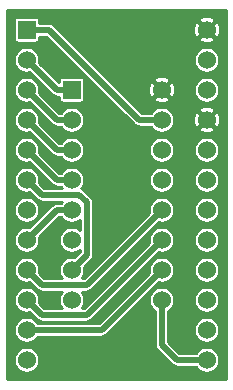
<source format=gbr>
G04 #@! TF.GenerationSoftware,KiCad,Pcbnew,(5.1.5)-3*
G04 #@! TF.CreationDate,2021-01-08T20:22:34-07:00*
G04 #@! TF.ProjectId,ROM_To_2716,524f4d5f-546f-45f3-9237-31362e6b6963,rev?*
G04 #@! TF.SameCoordinates,Original*
G04 #@! TF.FileFunction,Copper,L1,Top*
G04 #@! TF.FilePolarity,Positive*
%FSLAX46Y46*%
G04 Gerber Fmt 4.6, Leading zero omitted, Abs format (unit mm)*
G04 Created by KiCad (PCBNEW (5.1.5)-3) date 2021-01-08 20:22:34*
%MOMM*%
%LPD*%
G04 APERTURE LIST*
%ADD10R,1.524000X1.524000*%
%ADD11C,1.524000*%
%ADD12C,0.508000*%
%ADD13C,0.254000*%
G04 APERTURE END LIST*
D10*
X20955000Y-21590000D03*
D11*
X20955000Y-24130000D03*
X20955000Y-26670000D03*
X20955000Y-29210000D03*
X20955000Y-31750000D03*
X20955000Y-34290000D03*
X20955000Y-36830000D03*
X20955000Y-39370000D03*
X20955000Y-41910000D03*
X20955000Y-44450000D03*
X20955000Y-46990000D03*
X20955000Y-49530000D03*
X36195000Y-49530000D03*
X36195000Y-46990000D03*
X36195000Y-44450000D03*
X36195000Y-41910000D03*
X36195000Y-39370000D03*
X36195000Y-36830000D03*
X36195000Y-34290000D03*
X36195000Y-31750000D03*
X36195000Y-29210000D03*
X36195000Y-26670000D03*
X36195000Y-24130000D03*
X36195000Y-21590000D03*
X24765000Y-34290000D03*
X24765000Y-31750000D03*
X24765000Y-29210000D03*
D10*
X24765000Y-26670000D03*
D11*
X24765000Y-36830000D03*
X24765000Y-39370000D03*
X24765000Y-41910000D03*
X24765000Y-44450000D03*
X32385000Y-44450000D03*
X32385000Y-41910000D03*
X32385000Y-39370000D03*
X32385000Y-36830000D03*
X32385000Y-34290000D03*
X32385000Y-31750000D03*
X32385000Y-29210000D03*
X32385000Y-26670000D03*
D12*
X20955000Y-31750000D02*
X23495000Y-34290000D01*
X23495000Y-34290000D02*
X24765000Y-34290000D01*
X20955000Y-29210000D02*
X23495000Y-31750000D01*
X23495000Y-31750000D02*
X24765000Y-31750000D01*
X20955000Y-26670000D02*
X23495000Y-29210000D01*
X23495000Y-29210000D02*
X24765000Y-29210000D01*
X20955000Y-24130000D02*
X23495000Y-26670000D01*
X23495000Y-26670000D02*
X24765000Y-26670000D01*
X20955000Y-39370000D02*
X23495000Y-36830000D01*
X23495000Y-36830000D02*
X24765000Y-36830000D01*
X20955000Y-34290000D02*
X22225000Y-35560000D01*
X26035000Y-40640000D02*
X24765000Y-41910000D01*
X26035000Y-36195000D02*
X26035000Y-40640000D01*
X25400000Y-35560000D02*
X26035000Y-36195000D01*
X22225000Y-35560000D02*
X25400000Y-35560000D01*
X36195000Y-49530000D02*
X33655000Y-49530000D01*
X32385000Y-48260000D02*
X32385000Y-44450000D01*
X33655000Y-49530000D02*
X32385000Y-48260000D01*
X20955000Y-46990000D02*
X27305000Y-46990000D01*
X27305000Y-46990000D02*
X32385000Y-41910000D01*
X20955000Y-44450000D02*
X22225000Y-45720000D01*
X26035000Y-45720000D02*
X32385000Y-39370000D01*
X25400000Y-45720000D02*
X26035000Y-45720000D01*
X22225000Y-45720000D02*
X25400000Y-45720000D01*
X20955000Y-41910000D02*
X22225000Y-43180000D01*
X26035000Y-43180000D02*
X32385000Y-36830000D01*
X22225000Y-43180000D02*
X26035000Y-43180000D01*
X20955000Y-21590000D02*
X22860000Y-21590000D01*
X30480000Y-29210000D02*
X32385000Y-29210000D01*
X22860000Y-21590000D02*
X30480000Y-29210000D01*
D13*
G36*
X37844730Y-51179730D02*
G01*
X19305270Y-51179730D01*
X19305270Y-49422743D01*
X19866000Y-49422743D01*
X19866000Y-49637257D01*
X19907850Y-49847650D01*
X19989941Y-50045835D01*
X20109119Y-50224197D01*
X20260803Y-50375881D01*
X20439165Y-50495059D01*
X20637350Y-50577150D01*
X20847743Y-50619000D01*
X21062257Y-50619000D01*
X21272650Y-50577150D01*
X21470835Y-50495059D01*
X21649197Y-50375881D01*
X21800881Y-50224197D01*
X21920059Y-50045835D01*
X22002150Y-49847650D01*
X22044000Y-49637257D01*
X22044000Y-49422743D01*
X22002150Y-49212350D01*
X21920059Y-49014165D01*
X21800881Y-48835803D01*
X21649197Y-48684119D01*
X21470835Y-48564941D01*
X21272650Y-48482850D01*
X21062257Y-48441000D01*
X20847743Y-48441000D01*
X20637350Y-48482850D01*
X20439165Y-48564941D01*
X20260803Y-48684119D01*
X20109119Y-48835803D01*
X19989941Y-49014165D01*
X19907850Y-49212350D01*
X19866000Y-49422743D01*
X19305270Y-49422743D01*
X19305270Y-46882743D01*
X19866000Y-46882743D01*
X19866000Y-47097257D01*
X19907850Y-47307650D01*
X19989941Y-47505835D01*
X20109119Y-47684197D01*
X20260803Y-47835881D01*
X20439165Y-47955059D01*
X20637350Y-48037150D01*
X20847743Y-48079000D01*
X21062257Y-48079000D01*
X21272650Y-48037150D01*
X21470835Y-47955059D01*
X21649197Y-47835881D01*
X21800881Y-47684197D01*
X21876517Y-47571000D01*
X27276460Y-47571000D01*
X27305000Y-47573811D01*
X27333540Y-47571000D01*
X27418896Y-47562593D01*
X27528415Y-47529371D01*
X27629348Y-47475421D01*
X27717817Y-47402817D01*
X27736017Y-47380640D01*
X30773914Y-44342743D01*
X31296000Y-44342743D01*
X31296000Y-44557257D01*
X31337850Y-44767650D01*
X31419941Y-44965835D01*
X31539119Y-45144197D01*
X31690803Y-45295881D01*
X31804001Y-45371518D01*
X31804000Y-48231460D01*
X31801189Y-48260000D01*
X31804000Y-48288539D01*
X31812407Y-48373895D01*
X31845629Y-48483414D01*
X31899579Y-48584347D01*
X31972183Y-48672817D01*
X31994360Y-48691017D01*
X33223987Y-49920645D01*
X33242183Y-49942817D01*
X33330652Y-50015421D01*
X33431585Y-50069371D01*
X33541104Y-50102593D01*
X33626460Y-50111000D01*
X33626462Y-50111000D01*
X33654999Y-50113811D01*
X33683536Y-50111000D01*
X35273483Y-50111000D01*
X35349119Y-50224197D01*
X35500803Y-50375881D01*
X35679165Y-50495059D01*
X35877350Y-50577150D01*
X36087743Y-50619000D01*
X36302257Y-50619000D01*
X36512650Y-50577150D01*
X36710835Y-50495059D01*
X36889197Y-50375881D01*
X37040881Y-50224197D01*
X37160059Y-50045835D01*
X37242150Y-49847650D01*
X37284000Y-49637257D01*
X37284000Y-49422743D01*
X37242150Y-49212350D01*
X37160059Y-49014165D01*
X37040881Y-48835803D01*
X36889197Y-48684119D01*
X36710835Y-48564941D01*
X36512650Y-48482850D01*
X36302257Y-48441000D01*
X36087743Y-48441000D01*
X35877350Y-48482850D01*
X35679165Y-48564941D01*
X35500803Y-48684119D01*
X35349119Y-48835803D01*
X35273483Y-48949000D01*
X33895658Y-48949000D01*
X32966000Y-48019343D01*
X32966000Y-46882743D01*
X35106000Y-46882743D01*
X35106000Y-47097257D01*
X35147850Y-47307650D01*
X35229941Y-47505835D01*
X35349119Y-47684197D01*
X35500803Y-47835881D01*
X35679165Y-47955059D01*
X35877350Y-48037150D01*
X36087743Y-48079000D01*
X36302257Y-48079000D01*
X36512650Y-48037150D01*
X36710835Y-47955059D01*
X36889197Y-47835881D01*
X37040881Y-47684197D01*
X37160059Y-47505835D01*
X37242150Y-47307650D01*
X37284000Y-47097257D01*
X37284000Y-46882743D01*
X37242150Y-46672350D01*
X37160059Y-46474165D01*
X37040881Y-46295803D01*
X36889197Y-46144119D01*
X36710835Y-46024941D01*
X36512650Y-45942850D01*
X36302257Y-45901000D01*
X36087743Y-45901000D01*
X35877350Y-45942850D01*
X35679165Y-46024941D01*
X35500803Y-46144119D01*
X35349119Y-46295803D01*
X35229941Y-46474165D01*
X35147850Y-46672350D01*
X35106000Y-46882743D01*
X32966000Y-46882743D01*
X32966000Y-45371517D01*
X33079197Y-45295881D01*
X33230881Y-45144197D01*
X33350059Y-44965835D01*
X33432150Y-44767650D01*
X33474000Y-44557257D01*
X33474000Y-44342743D01*
X35106000Y-44342743D01*
X35106000Y-44557257D01*
X35147850Y-44767650D01*
X35229941Y-44965835D01*
X35349119Y-45144197D01*
X35500803Y-45295881D01*
X35679165Y-45415059D01*
X35877350Y-45497150D01*
X36087743Y-45539000D01*
X36302257Y-45539000D01*
X36512650Y-45497150D01*
X36710835Y-45415059D01*
X36889197Y-45295881D01*
X37040881Y-45144197D01*
X37160059Y-44965835D01*
X37242150Y-44767650D01*
X37284000Y-44557257D01*
X37284000Y-44342743D01*
X37242150Y-44132350D01*
X37160059Y-43934165D01*
X37040881Y-43755803D01*
X36889197Y-43604119D01*
X36710835Y-43484941D01*
X36512650Y-43402850D01*
X36302257Y-43361000D01*
X36087743Y-43361000D01*
X35877350Y-43402850D01*
X35679165Y-43484941D01*
X35500803Y-43604119D01*
X35349119Y-43755803D01*
X35229941Y-43934165D01*
X35147850Y-44132350D01*
X35106000Y-44342743D01*
X33474000Y-44342743D01*
X33432150Y-44132350D01*
X33350059Y-43934165D01*
X33230881Y-43755803D01*
X33079197Y-43604119D01*
X32900835Y-43484941D01*
X32702650Y-43402850D01*
X32492257Y-43361000D01*
X32277743Y-43361000D01*
X32067350Y-43402850D01*
X31869165Y-43484941D01*
X31690803Y-43604119D01*
X31539119Y-43755803D01*
X31419941Y-43934165D01*
X31337850Y-44132350D01*
X31296000Y-44342743D01*
X30773914Y-44342743D01*
X32144218Y-42972440D01*
X32277743Y-42999000D01*
X32492257Y-42999000D01*
X32702650Y-42957150D01*
X32900835Y-42875059D01*
X33079197Y-42755881D01*
X33230881Y-42604197D01*
X33350059Y-42425835D01*
X33432150Y-42227650D01*
X33474000Y-42017257D01*
X33474000Y-41802743D01*
X35106000Y-41802743D01*
X35106000Y-42017257D01*
X35147850Y-42227650D01*
X35229941Y-42425835D01*
X35349119Y-42604197D01*
X35500803Y-42755881D01*
X35679165Y-42875059D01*
X35877350Y-42957150D01*
X36087743Y-42999000D01*
X36302257Y-42999000D01*
X36512650Y-42957150D01*
X36710835Y-42875059D01*
X36889197Y-42755881D01*
X37040881Y-42604197D01*
X37160059Y-42425835D01*
X37242150Y-42227650D01*
X37284000Y-42017257D01*
X37284000Y-41802743D01*
X37242150Y-41592350D01*
X37160059Y-41394165D01*
X37040881Y-41215803D01*
X36889197Y-41064119D01*
X36710835Y-40944941D01*
X36512650Y-40862850D01*
X36302257Y-40821000D01*
X36087743Y-40821000D01*
X35877350Y-40862850D01*
X35679165Y-40944941D01*
X35500803Y-41064119D01*
X35349119Y-41215803D01*
X35229941Y-41394165D01*
X35147850Y-41592350D01*
X35106000Y-41802743D01*
X33474000Y-41802743D01*
X33432150Y-41592350D01*
X33350059Y-41394165D01*
X33230881Y-41215803D01*
X33079197Y-41064119D01*
X32900835Y-40944941D01*
X32702650Y-40862850D01*
X32492257Y-40821000D01*
X32277743Y-40821000D01*
X32067350Y-40862850D01*
X31869165Y-40944941D01*
X31690803Y-41064119D01*
X31539119Y-41215803D01*
X31419941Y-41394165D01*
X31337850Y-41592350D01*
X31296000Y-41802743D01*
X31296000Y-42017257D01*
X31322560Y-42150782D01*
X27064343Y-46409000D01*
X21876517Y-46409000D01*
X21800881Y-46295803D01*
X21649197Y-46144119D01*
X21470835Y-46024941D01*
X21272650Y-45942850D01*
X21062257Y-45901000D01*
X20847743Y-45901000D01*
X20637350Y-45942850D01*
X20439165Y-46024941D01*
X20260803Y-46144119D01*
X20109119Y-46295803D01*
X19989941Y-46474165D01*
X19907850Y-46672350D01*
X19866000Y-46882743D01*
X19305270Y-46882743D01*
X19305270Y-36722743D01*
X19866000Y-36722743D01*
X19866000Y-36937257D01*
X19907850Y-37147650D01*
X19989941Y-37345835D01*
X20109119Y-37524197D01*
X20260803Y-37675881D01*
X20439165Y-37795059D01*
X20637350Y-37877150D01*
X20847743Y-37919000D01*
X21062257Y-37919000D01*
X21272650Y-37877150D01*
X21470835Y-37795059D01*
X21649197Y-37675881D01*
X21800881Y-37524197D01*
X21920059Y-37345835D01*
X22002150Y-37147650D01*
X22044000Y-36937257D01*
X22044000Y-36722743D01*
X22002150Y-36512350D01*
X21920059Y-36314165D01*
X21800881Y-36135803D01*
X21649197Y-35984119D01*
X21470835Y-35864941D01*
X21272650Y-35782850D01*
X21062257Y-35741000D01*
X20847743Y-35741000D01*
X20637350Y-35782850D01*
X20439165Y-35864941D01*
X20260803Y-35984119D01*
X20109119Y-36135803D01*
X19989941Y-36314165D01*
X19907850Y-36512350D01*
X19866000Y-36722743D01*
X19305270Y-36722743D01*
X19305270Y-31642743D01*
X19866000Y-31642743D01*
X19866000Y-31857257D01*
X19907850Y-32067650D01*
X19989941Y-32265835D01*
X20109119Y-32444197D01*
X20260803Y-32595881D01*
X20439165Y-32715059D01*
X20637350Y-32797150D01*
X20847743Y-32839000D01*
X21062257Y-32839000D01*
X21195783Y-32812440D01*
X23063987Y-34680645D01*
X23082183Y-34702817D01*
X23170652Y-34775421D01*
X23271585Y-34829371D01*
X23381104Y-34862593D01*
X23466460Y-34871000D01*
X23466462Y-34871000D01*
X23494999Y-34873811D01*
X23523536Y-34871000D01*
X23843483Y-34871000D01*
X23915646Y-34979000D01*
X22465658Y-34979000D01*
X22017440Y-34530782D01*
X22044000Y-34397257D01*
X22044000Y-34182743D01*
X22002150Y-33972350D01*
X21920059Y-33774165D01*
X21800881Y-33595803D01*
X21649197Y-33444119D01*
X21470835Y-33324941D01*
X21272650Y-33242850D01*
X21062257Y-33201000D01*
X20847743Y-33201000D01*
X20637350Y-33242850D01*
X20439165Y-33324941D01*
X20260803Y-33444119D01*
X20109119Y-33595803D01*
X19989941Y-33774165D01*
X19907850Y-33972350D01*
X19866000Y-34182743D01*
X19866000Y-34397257D01*
X19907850Y-34607650D01*
X19989941Y-34805835D01*
X20109119Y-34984197D01*
X20260803Y-35135881D01*
X20439165Y-35255059D01*
X20637350Y-35337150D01*
X20847743Y-35379000D01*
X21062257Y-35379000D01*
X21195782Y-35352440D01*
X21793987Y-35950645D01*
X21812183Y-35972817D01*
X21900652Y-36045421D01*
X22001585Y-36099371D01*
X22111104Y-36132593D01*
X22196460Y-36141000D01*
X22196462Y-36141000D01*
X22224999Y-36143811D01*
X22253536Y-36141000D01*
X23915646Y-36141000D01*
X23843483Y-36249000D01*
X23523536Y-36249000D01*
X23494999Y-36246189D01*
X23466462Y-36249000D01*
X23466460Y-36249000D01*
X23381104Y-36257407D01*
X23271585Y-36290629D01*
X23170652Y-36344579D01*
X23082183Y-36417183D01*
X23063987Y-36439355D01*
X21195783Y-38307560D01*
X21062257Y-38281000D01*
X20847743Y-38281000D01*
X20637350Y-38322850D01*
X20439165Y-38404941D01*
X20260803Y-38524119D01*
X20109119Y-38675803D01*
X19989941Y-38854165D01*
X19907850Y-39052350D01*
X19866000Y-39262743D01*
X19866000Y-39477257D01*
X19907850Y-39687650D01*
X19989941Y-39885835D01*
X20109119Y-40064197D01*
X20260803Y-40215881D01*
X20439165Y-40335059D01*
X20637350Y-40417150D01*
X20847743Y-40459000D01*
X21062257Y-40459000D01*
X21272650Y-40417150D01*
X21470835Y-40335059D01*
X21649197Y-40215881D01*
X21800881Y-40064197D01*
X21920059Y-39885835D01*
X22002150Y-39687650D01*
X22044000Y-39477257D01*
X22044000Y-39262743D01*
X22017440Y-39129217D01*
X23735658Y-37411000D01*
X23843483Y-37411000D01*
X23919119Y-37524197D01*
X24070803Y-37675881D01*
X24249165Y-37795059D01*
X24447350Y-37877150D01*
X24657743Y-37919000D01*
X24872257Y-37919000D01*
X25082650Y-37877150D01*
X25280835Y-37795059D01*
X25454000Y-37679353D01*
X25454001Y-38520647D01*
X25280835Y-38404941D01*
X25082650Y-38322850D01*
X24872257Y-38281000D01*
X24657743Y-38281000D01*
X24447350Y-38322850D01*
X24249165Y-38404941D01*
X24070803Y-38524119D01*
X23919119Y-38675803D01*
X23799941Y-38854165D01*
X23717850Y-39052350D01*
X23676000Y-39262743D01*
X23676000Y-39477257D01*
X23717850Y-39687650D01*
X23799941Y-39885835D01*
X23919119Y-40064197D01*
X24070803Y-40215881D01*
X24249165Y-40335059D01*
X24447350Y-40417150D01*
X24657743Y-40459000D01*
X24872257Y-40459000D01*
X25082650Y-40417150D01*
X25280835Y-40335059D01*
X25454001Y-40219353D01*
X25454001Y-40399341D01*
X25005782Y-40847560D01*
X24872257Y-40821000D01*
X24657743Y-40821000D01*
X24447350Y-40862850D01*
X24249165Y-40944941D01*
X24070803Y-41064119D01*
X23919119Y-41215803D01*
X23799941Y-41394165D01*
X23717850Y-41592350D01*
X23676000Y-41802743D01*
X23676000Y-42017257D01*
X23717850Y-42227650D01*
X23799941Y-42425835D01*
X23915646Y-42599000D01*
X22465658Y-42599000D01*
X22017440Y-42150782D01*
X22044000Y-42017257D01*
X22044000Y-41802743D01*
X22002150Y-41592350D01*
X21920059Y-41394165D01*
X21800881Y-41215803D01*
X21649197Y-41064119D01*
X21470835Y-40944941D01*
X21272650Y-40862850D01*
X21062257Y-40821000D01*
X20847743Y-40821000D01*
X20637350Y-40862850D01*
X20439165Y-40944941D01*
X20260803Y-41064119D01*
X20109119Y-41215803D01*
X19989941Y-41394165D01*
X19907850Y-41592350D01*
X19866000Y-41802743D01*
X19866000Y-42017257D01*
X19907850Y-42227650D01*
X19989941Y-42425835D01*
X20109119Y-42604197D01*
X20260803Y-42755881D01*
X20439165Y-42875059D01*
X20637350Y-42957150D01*
X20847743Y-42999000D01*
X21062257Y-42999000D01*
X21195782Y-42972440D01*
X21793987Y-43570645D01*
X21812183Y-43592817D01*
X21900652Y-43665421D01*
X22001585Y-43719371D01*
X22111104Y-43752593D01*
X22196460Y-43761000D01*
X22196462Y-43761000D01*
X22224999Y-43763811D01*
X22253536Y-43761000D01*
X23915646Y-43761000D01*
X23799941Y-43934165D01*
X23717850Y-44132350D01*
X23676000Y-44342743D01*
X23676000Y-44557257D01*
X23717850Y-44767650D01*
X23799941Y-44965835D01*
X23915646Y-45139000D01*
X22465658Y-45139000D01*
X22017440Y-44690782D01*
X22044000Y-44557257D01*
X22044000Y-44342743D01*
X22002150Y-44132350D01*
X21920059Y-43934165D01*
X21800881Y-43755803D01*
X21649197Y-43604119D01*
X21470835Y-43484941D01*
X21272650Y-43402850D01*
X21062257Y-43361000D01*
X20847743Y-43361000D01*
X20637350Y-43402850D01*
X20439165Y-43484941D01*
X20260803Y-43604119D01*
X20109119Y-43755803D01*
X19989941Y-43934165D01*
X19907850Y-44132350D01*
X19866000Y-44342743D01*
X19866000Y-44557257D01*
X19907850Y-44767650D01*
X19989941Y-44965835D01*
X20109119Y-45144197D01*
X20260803Y-45295881D01*
X20439165Y-45415059D01*
X20637350Y-45497150D01*
X20847743Y-45539000D01*
X21062257Y-45539000D01*
X21195782Y-45512440D01*
X21793987Y-46110645D01*
X21812183Y-46132817D01*
X21900652Y-46205421D01*
X22001585Y-46259371D01*
X22111104Y-46292593D01*
X22196460Y-46301000D01*
X22196462Y-46301000D01*
X22224999Y-46303811D01*
X22253536Y-46301000D01*
X26006460Y-46301000D01*
X26035000Y-46303811D01*
X26063540Y-46301000D01*
X26148896Y-46292593D01*
X26258415Y-46259371D01*
X26359348Y-46205421D01*
X26447817Y-46132817D01*
X26466017Y-46110640D01*
X32144218Y-40432440D01*
X32277743Y-40459000D01*
X32492257Y-40459000D01*
X32702650Y-40417150D01*
X32900835Y-40335059D01*
X33079197Y-40215881D01*
X33230881Y-40064197D01*
X33350059Y-39885835D01*
X33432150Y-39687650D01*
X33474000Y-39477257D01*
X33474000Y-39262743D01*
X35106000Y-39262743D01*
X35106000Y-39477257D01*
X35147850Y-39687650D01*
X35229941Y-39885835D01*
X35349119Y-40064197D01*
X35500803Y-40215881D01*
X35679165Y-40335059D01*
X35877350Y-40417150D01*
X36087743Y-40459000D01*
X36302257Y-40459000D01*
X36512650Y-40417150D01*
X36710835Y-40335059D01*
X36889197Y-40215881D01*
X37040881Y-40064197D01*
X37160059Y-39885835D01*
X37242150Y-39687650D01*
X37284000Y-39477257D01*
X37284000Y-39262743D01*
X37242150Y-39052350D01*
X37160059Y-38854165D01*
X37040881Y-38675803D01*
X36889197Y-38524119D01*
X36710835Y-38404941D01*
X36512650Y-38322850D01*
X36302257Y-38281000D01*
X36087743Y-38281000D01*
X35877350Y-38322850D01*
X35679165Y-38404941D01*
X35500803Y-38524119D01*
X35349119Y-38675803D01*
X35229941Y-38854165D01*
X35147850Y-39052350D01*
X35106000Y-39262743D01*
X33474000Y-39262743D01*
X33432150Y-39052350D01*
X33350059Y-38854165D01*
X33230881Y-38675803D01*
X33079197Y-38524119D01*
X32900835Y-38404941D01*
X32702650Y-38322850D01*
X32492257Y-38281000D01*
X32277743Y-38281000D01*
X32067350Y-38322850D01*
X31869165Y-38404941D01*
X31690803Y-38524119D01*
X31539119Y-38675803D01*
X31419941Y-38854165D01*
X31337850Y-39052350D01*
X31296000Y-39262743D01*
X31296000Y-39477257D01*
X31322560Y-39610782D01*
X25794343Y-45139000D01*
X25614354Y-45139000D01*
X25730059Y-44965835D01*
X25812150Y-44767650D01*
X25854000Y-44557257D01*
X25854000Y-44342743D01*
X25812150Y-44132350D01*
X25730059Y-43934165D01*
X25614354Y-43761000D01*
X26006460Y-43761000D01*
X26035000Y-43763811D01*
X26063540Y-43761000D01*
X26148896Y-43752593D01*
X26258415Y-43719371D01*
X26359348Y-43665421D01*
X26447817Y-43592817D01*
X26466017Y-43570640D01*
X32144218Y-37892440D01*
X32277743Y-37919000D01*
X32492257Y-37919000D01*
X32702650Y-37877150D01*
X32900835Y-37795059D01*
X33079197Y-37675881D01*
X33230881Y-37524197D01*
X33350059Y-37345835D01*
X33432150Y-37147650D01*
X33474000Y-36937257D01*
X33474000Y-36722743D01*
X35106000Y-36722743D01*
X35106000Y-36937257D01*
X35147850Y-37147650D01*
X35229941Y-37345835D01*
X35349119Y-37524197D01*
X35500803Y-37675881D01*
X35679165Y-37795059D01*
X35877350Y-37877150D01*
X36087743Y-37919000D01*
X36302257Y-37919000D01*
X36512650Y-37877150D01*
X36710835Y-37795059D01*
X36889197Y-37675881D01*
X37040881Y-37524197D01*
X37160059Y-37345835D01*
X37242150Y-37147650D01*
X37284000Y-36937257D01*
X37284000Y-36722743D01*
X37242150Y-36512350D01*
X37160059Y-36314165D01*
X37040881Y-36135803D01*
X36889197Y-35984119D01*
X36710835Y-35864941D01*
X36512650Y-35782850D01*
X36302257Y-35741000D01*
X36087743Y-35741000D01*
X35877350Y-35782850D01*
X35679165Y-35864941D01*
X35500803Y-35984119D01*
X35349119Y-36135803D01*
X35229941Y-36314165D01*
X35147850Y-36512350D01*
X35106000Y-36722743D01*
X33474000Y-36722743D01*
X33432150Y-36512350D01*
X33350059Y-36314165D01*
X33230881Y-36135803D01*
X33079197Y-35984119D01*
X32900835Y-35864941D01*
X32702650Y-35782850D01*
X32492257Y-35741000D01*
X32277743Y-35741000D01*
X32067350Y-35782850D01*
X31869165Y-35864941D01*
X31690803Y-35984119D01*
X31539119Y-36135803D01*
X31419941Y-36314165D01*
X31337850Y-36512350D01*
X31296000Y-36722743D01*
X31296000Y-36937257D01*
X31322560Y-37070782D01*
X25794343Y-42599000D01*
X25614354Y-42599000D01*
X25730059Y-42425835D01*
X25812150Y-42227650D01*
X25854000Y-42017257D01*
X25854000Y-41802743D01*
X25827440Y-41669218D01*
X26425645Y-41071013D01*
X26447817Y-41052817D01*
X26520421Y-40964348D01*
X26574371Y-40863415D01*
X26607593Y-40753896D01*
X26616000Y-40668540D01*
X26616000Y-40668538D01*
X26618811Y-40640001D01*
X26616000Y-40611464D01*
X26616000Y-36223540D01*
X26618811Y-36195000D01*
X26607593Y-36081104D01*
X26574371Y-35971585D01*
X26520421Y-35870652D01*
X26466010Y-35804352D01*
X26447817Y-35782183D01*
X26425646Y-35763988D01*
X25831017Y-35169360D01*
X25812817Y-35147183D01*
X25724348Y-35074579D01*
X25623415Y-35020629D01*
X25585846Y-35009232D01*
X25610881Y-34984197D01*
X25730059Y-34805835D01*
X25812150Y-34607650D01*
X25854000Y-34397257D01*
X25854000Y-34182743D01*
X31296000Y-34182743D01*
X31296000Y-34397257D01*
X31337850Y-34607650D01*
X31419941Y-34805835D01*
X31539119Y-34984197D01*
X31690803Y-35135881D01*
X31869165Y-35255059D01*
X32067350Y-35337150D01*
X32277743Y-35379000D01*
X32492257Y-35379000D01*
X32702650Y-35337150D01*
X32900835Y-35255059D01*
X33079197Y-35135881D01*
X33230881Y-34984197D01*
X33350059Y-34805835D01*
X33432150Y-34607650D01*
X33474000Y-34397257D01*
X33474000Y-34182743D01*
X35106000Y-34182743D01*
X35106000Y-34397257D01*
X35147850Y-34607650D01*
X35229941Y-34805835D01*
X35349119Y-34984197D01*
X35500803Y-35135881D01*
X35679165Y-35255059D01*
X35877350Y-35337150D01*
X36087743Y-35379000D01*
X36302257Y-35379000D01*
X36512650Y-35337150D01*
X36710835Y-35255059D01*
X36889197Y-35135881D01*
X37040881Y-34984197D01*
X37160059Y-34805835D01*
X37242150Y-34607650D01*
X37284000Y-34397257D01*
X37284000Y-34182743D01*
X37242150Y-33972350D01*
X37160059Y-33774165D01*
X37040881Y-33595803D01*
X36889197Y-33444119D01*
X36710835Y-33324941D01*
X36512650Y-33242850D01*
X36302257Y-33201000D01*
X36087743Y-33201000D01*
X35877350Y-33242850D01*
X35679165Y-33324941D01*
X35500803Y-33444119D01*
X35349119Y-33595803D01*
X35229941Y-33774165D01*
X35147850Y-33972350D01*
X35106000Y-34182743D01*
X33474000Y-34182743D01*
X33432150Y-33972350D01*
X33350059Y-33774165D01*
X33230881Y-33595803D01*
X33079197Y-33444119D01*
X32900835Y-33324941D01*
X32702650Y-33242850D01*
X32492257Y-33201000D01*
X32277743Y-33201000D01*
X32067350Y-33242850D01*
X31869165Y-33324941D01*
X31690803Y-33444119D01*
X31539119Y-33595803D01*
X31419941Y-33774165D01*
X31337850Y-33972350D01*
X31296000Y-34182743D01*
X25854000Y-34182743D01*
X25812150Y-33972350D01*
X25730059Y-33774165D01*
X25610881Y-33595803D01*
X25459197Y-33444119D01*
X25280835Y-33324941D01*
X25082650Y-33242850D01*
X24872257Y-33201000D01*
X24657743Y-33201000D01*
X24447350Y-33242850D01*
X24249165Y-33324941D01*
X24070803Y-33444119D01*
X23919119Y-33595803D01*
X23843483Y-33709000D01*
X23735658Y-33709000D01*
X22017440Y-31990783D01*
X22044000Y-31857257D01*
X22044000Y-31642743D01*
X22002150Y-31432350D01*
X21920059Y-31234165D01*
X21800881Y-31055803D01*
X21649197Y-30904119D01*
X21470835Y-30784941D01*
X21272650Y-30702850D01*
X21062257Y-30661000D01*
X20847743Y-30661000D01*
X20637350Y-30702850D01*
X20439165Y-30784941D01*
X20260803Y-30904119D01*
X20109119Y-31055803D01*
X19989941Y-31234165D01*
X19907850Y-31432350D01*
X19866000Y-31642743D01*
X19305270Y-31642743D01*
X19305270Y-29102743D01*
X19866000Y-29102743D01*
X19866000Y-29317257D01*
X19907850Y-29527650D01*
X19989941Y-29725835D01*
X20109119Y-29904197D01*
X20260803Y-30055881D01*
X20439165Y-30175059D01*
X20637350Y-30257150D01*
X20847743Y-30299000D01*
X21062257Y-30299000D01*
X21195783Y-30272440D01*
X23063987Y-32140645D01*
X23082183Y-32162817D01*
X23170652Y-32235421D01*
X23271585Y-32289371D01*
X23381104Y-32322593D01*
X23466460Y-32331000D01*
X23466462Y-32331000D01*
X23494999Y-32333811D01*
X23523536Y-32331000D01*
X23843483Y-32331000D01*
X23919119Y-32444197D01*
X24070803Y-32595881D01*
X24249165Y-32715059D01*
X24447350Y-32797150D01*
X24657743Y-32839000D01*
X24872257Y-32839000D01*
X25082650Y-32797150D01*
X25280835Y-32715059D01*
X25459197Y-32595881D01*
X25610881Y-32444197D01*
X25730059Y-32265835D01*
X25812150Y-32067650D01*
X25854000Y-31857257D01*
X25854000Y-31642743D01*
X31296000Y-31642743D01*
X31296000Y-31857257D01*
X31337850Y-32067650D01*
X31419941Y-32265835D01*
X31539119Y-32444197D01*
X31690803Y-32595881D01*
X31869165Y-32715059D01*
X32067350Y-32797150D01*
X32277743Y-32839000D01*
X32492257Y-32839000D01*
X32702650Y-32797150D01*
X32900835Y-32715059D01*
X33079197Y-32595881D01*
X33230881Y-32444197D01*
X33350059Y-32265835D01*
X33432150Y-32067650D01*
X33474000Y-31857257D01*
X33474000Y-31642743D01*
X35106000Y-31642743D01*
X35106000Y-31857257D01*
X35147850Y-32067650D01*
X35229941Y-32265835D01*
X35349119Y-32444197D01*
X35500803Y-32595881D01*
X35679165Y-32715059D01*
X35877350Y-32797150D01*
X36087743Y-32839000D01*
X36302257Y-32839000D01*
X36512650Y-32797150D01*
X36710835Y-32715059D01*
X36889197Y-32595881D01*
X37040881Y-32444197D01*
X37160059Y-32265835D01*
X37242150Y-32067650D01*
X37284000Y-31857257D01*
X37284000Y-31642743D01*
X37242150Y-31432350D01*
X37160059Y-31234165D01*
X37040881Y-31055803D01*
X36889197Y-30904119D01*
X36710835Y-30784941D01*
X36512650Y-30702850D01*
X36302257Y-30661000D01*
X36087743Y-30661000D01*
X35877350Y-30702850D01*
X35679165Y-30784941D01*
X35500803Y-30904119D01*
X35349119Y-31055803D01*
X35229941Y-31234165D01*
X35147850Y-31432350D01*
X35106000Y-31642743D01*
X33474000Y-31642743D01*
X33432150Y-31432350D01*
X33350059Y-31234165D01*
X33230881Y-31055803D01*
X33079197Y-30904119D01*
X32900835Y-30784941D01*
X32702650Y-30702850D01*
X32492257Y-30661000D01*
X32277743Y-30661000D01*
X32067350Y-30702850D01*
X31869165Y-30784941D01*
X31690803Y-30904119D01*
X31539119Y-31055803D01*
X31419941Y-31234165D01*
X31337850Y-31432350D01*
X31296000Y-31642743D01*
X25854000Y-31642743D01*
X25812150Y-31432350D01*
X25730059Y-31234165D01*
X25610881Y-31055803D01*
X25459197Y-30904119D01*
X25280835Y-30784941D01*
X25082650Y-30702850D01*
X24872257Y-30661000D01*
X24657743Y-30661000D01*
X24447350Y-30702850D01*
X24249165Y-30784941D01*
X24070803Y-30904119D01*
X23919119Y-31055803D01*
X23843483Y-31169000D01*
X23735658Y-31169000D01*
X22017440Y-29450783D01*
X22044000Y-29317257D01*
X22044000Y-29102743D01*
X22002150Y-28892350D01*
X21920059Y-28694165D01*
X21800881Y-28515803D01*
X21649197Y-28364119D01*
X21470835Y-28244941D01*
X21272650Y-28162850D01*
X21062257Y-28121000D01*
X20847743Y-28121000D01*
X20637350Y-28162850D01*
X20439165Y-28244941D01*
X20260803Y-28364119D01*
X20109119Y-28515803D01*
X19989941Y-28694165D01*
X19907850Y-28892350D01*
X19866000Y-29102743D01*
X19305270Y-29102743D01*
X19305270Y-26562743D01*
X19866000Y-26562743D01*
X19866000Y-26777257D01*
X19907850Y-26987650D01*
X19989941Y-27185835D01*
X20109119Y-27364197D01*
X20260803Y-27515881D01*
X20439165Y-27635059D01*
X20637350Y-27717150D01*
X20847743Y-27759000D01*
X21062257Y-27759000D01*
X21195783Y-27732440D01*
X23063987Y-29600645D01*
X23082183Y-29622817D01*
X23170652Y-29695421D01*
X23271585Y-29749371D01*
X23381104Y-29782593D01*
X23466460Y-29791000D01*
X23466462Y-29791000D01*
X23494999Y-29793811D01*
X23523536Y-29791000D01*
X23843483Y-29791000D01*
X23919119Y-29904197D01*
X24070803Y-30055881D01*
X24249165Y-30175059D01*
X24447350Y-30257150D01*
X24657743Y-30299000D01*
X24872257Y-30299000D01*
X25082650Y-30257150D01*
X25280835Y-30175059D01*
X25459197Y-30055881D01*
X25610881Y-29904197D01*
X25730059Y-29725835D01*
X25812150Y-29527650D01*
X25854000Y-29317257D01*
X25854000Y-29102743D01*
X25812150Y-28892350D01*
X25730059Y-28694165D01*
X25610881Y-28515803D01*
X25459197Y-28364119D01*
X25280835Y-28244941D01*
X25082650Y-28162850D01*
X24872257Y-28121000D01*
X24657743Y-28121000D01*
X24447350Y-28162850D01*
X24249165Y-28244941D01*
X24070803Y-28364119D01*
X23919119Y-28515803D01*
X23843483Y-28629000D01*
X23735658Y-28629000D01*
X22017440Y-26910783D01*
X22044000Y-26777257D01*
X22044000Y-26562743D01*
X22002150Y-26352350D01*
X21920059Y-26154165D01*
X21800881Y-25975803D01*
X21649197Y-25824119D01*
X21470835Y-25704941D01*
X21272650Y-25622850D01*
X21062257Y-25581000D01*
X20847743Y-25581000D01*
X20637350Y-25622850D01*
X20439165Y-25704941D01*
X20260803Y-25824119D01*
X20109119Y-25975803D01*
X19989941Y-26154165D01*
X19907850Y-26352350D01*
X19866000Y-26562743D01*
X19305270Y-26562743D01*
X19305270Y-24022743D01*
X19866000Y-24022743D01*
X19866000Y-24237257D01*
X19907850Y-24447650D01*
X19989941Y-24645835D01*
X20109119Y-24824197D01*
X20260803Y-24975881D01*
X20439165Y-25095059D01*
X20637350Y-25177150D01*
X20847743Y-25219000D01*
X21062257Y-25219000D01*
X21195783Y-25192440D01*
X23063987Y-27060645D01*
X23082183Y-27082817D01*
X23170652Y-27155421D01*
X23271585Y-27209371D01*
X23381104Y-27242593D01*
X23466460Y-27251000D01*
X23466462Y-27251000D01*
X23494999Y-27253811D01*
X23523536Y-27251000D01*
X23674418Y-27251000D01*
X23674418Y-27432000D01*
X23680732Y-27496103D01*
X23699430Y-27557743D01*
X23729794Y-27614550D01*
X23770657Y-27664343D01*
X23820450Y-27705206D01*
X23877257Y-27735570D01*
X23938897Y-27754268D01*
X24003000Y-27760582D01*
X25527000Y-27760582D01*
X25591103Y-27754268D01*
X25652743Y-27735570D01*
X25709550Y-27705206D01*
X25759343Y-27664343D01*
X25800206Y-27614550D01*
X25830570Y-27557743D01*
X25849268Y-27496103D01*
X25855582Y-27432000D01*
X25855582Y-25908000D01*
X25849268Y-25843897D01*
X25830570Y-25782257D01*
X25800206Y-25725450D01*
X25759343Y-25675657D01*
X25709550Y-25634794D01*
X25652743Y-25604430D01*
X25591103Y-25585732D01*
X25527000Y-25579418D01*
X24003000Y-25579418D01*
X23938897Y-25585732D01*
X23877257Y-25604430D01*
X23820450Y-25634794D01*
X23770657Y-25675657D01*
X23729794Y-25725450D01*
X23699430Y-25782257D01*
X23680732Y-25843897D01*
X23674418Y-25908000D01*
X23674418Y-26027760D01*
X22017440Y-24370783D01*
X22044000Y-24237257D01*
X22044000Y-24022743D01*
X22002150Y-23812350D01*
X21920059Y-23614165D01*
X21800881Y-23435803D01*
X21649197Y-23284119D01*
X21470835Y-23164941D01*
X21272650Y-23082850D01*
X21062257Y-23041000D01*
X20847743Y-23041000D01*
X20637350Y-23082850D01*
X20439165Y-23164941D01*
X20260803Y-23284119D01*
X20109119Y-23435803D01*
X19989941Y-23614165D01*
X19907850Y-23812350D01*
X19866000Y-24022743D01*
X19305270Y-24022743D01*
X19305270Y-20828000D01*
X19864418Y-20828000D01*
X19864418Y-22352000D01*
X19870732Y-22416103D01*
X19889430Y-22477743D01*
X19919794Y-22534550D01*
X19960657Y-22584343D01*
X20010450Y-22625206D01*
X20067257Y-22655570D01*
X20128897Y-22674268D01*
X20193000Y-22680582D01*
X21717000Y-22680582D01*
X21781103Y-22674268D01*
X21842743Y-22655570D01*
X21899550Y-22625206D01*
X21949343Y-22584343D01*
X21990206Y-22534550D01*
X22020570Y-22477743D01*
X22039268Y-22416103D01*
X22045582Y-22352000D01*
X22045582Y-22171000D01*
X22619343Y-22171000D01*
X30048987Y-29600645D01*
X30067183Y-29622817D01*
X30155652Y-29695421D01*
X30256585Y-29749371D01*
X30366104Y-29782593D01*
X30451460Y-29791000D01*
X30451462Y-29791000D01*
X30479999Y-29793811D01*
X30508536Y-29791000D01*
X31463483Y-29791000D01*
X31539119Y-29904197D01*
X31690803Y-30055881D01*
X31869165Y-30175059D01*
X32067350Y-30257150D01*
X32277743Y-30299000D01*
X32492257Y-30299000D01*
X32702650Y-30257150D01*
X32900835Y-30175059D01*
X33079197Y-30055881D01*
X33136750Y-29998328D01*
X35496475Y-29998328D01*
X35572316Y-30175083D01*
X35772560Y-30278019D01*
X35989037Y-30339911D01*
X36213429Y-30358382D01*
X36437113Y-30332720D01*
X36651493Y-30263914D01*
X36817684Y-30175083D01*
X36893525Y-29998328D01*
X36195000Y-29299803D01*
X35496475Y-29998328D01*
X33136750Y-29998328D01*
X33230881Y-29904197D01*
X33350059Y-29725835D01*
X33432150Y-29527650D01*
X33474000Y-29317257D01*
X33474000Y-29228429D01*
X35046618Y-29228429D01*
X35072280Y-29452113D01*
X35141086Y-29666493D01*
X35229917Y-29832684D01*
X35406672Y-29908525D01*
X36105197Y-29210000D01*
X36284803Y-29210000D01*
X36983328Y-29908525D01*
X37160083Y-29832684D01*
X37263019Y-29632440D01*
X37324911Y-29415963D01*
X37343382Y-29191571D01*
X37317720Y-28967887D01*
X37248914Y-28753507D01*
X37160083Y-28587316D01*
X36983328Y-28511475D01*
X36284803Y-29210000D01*
X36105197Y-29210000D01*
X35406672Y-28511475D01*
X35229917Y-28587316D01*
X35126981Y-28787560D01*
X35065089Y-29004037D01*
X35046618Y-29228429D01*
X33474000Y-29228429D01*
X33474000Y-29102743D01*
X33432150Y-28892350D01*
X33350059Y-28694165D01*
X33230881Y-28515803D01*
X33136750Y-28421672D01*
X35496475Y-28421672D01*
X36195000Y-29120197D01*
X36893525Y-28421672D01*
X36817684Y-28244917D01*
X36617440Y-28141981D01*
X36400963Y-28080089D01*
X36176571Y-28061618D01*
X35952887Y-28087280D01*
X35738507Y-28156086D01*
X35572316Y-28244917D01*
X35496475Y-28421672D01*
X33136750Y-28421672D01*
X33079197Y-28364119D01*
X32900835Y-28244941D01*
X32702650Y-28162850D01*
X32492257Y-28121000D01*
X32277743Y-28121000D01*
X32067350Y-28162850D01*
X31869165Y-28244941D01*
X31690803Y-28364119D01*
X31539119Y-28515803D01*
X31463483Y-28629000D01*
X30720658Y-28629000D01*
X29549986Y-27458328D01*
X31686475Y-27458328D01*
X31762316Y-27635083D01*
X31962560Y-27738019D01*
X32179037Y-27799911D01*
X32403429Y-27818382D01*
X32627113Y-27792720D01*
X32841493Y-27723914D01*
X33007684Y-27635083D01*
X33083525Y-27458328D01*
X32385000Y-26759803D01*
X31686475Y-27458328D01*
X29549986Y-27458328D01*
X28780087Y-26688429D01*
X31236618Y-26688429D01*
X31262280Y-26912113D01*
X31331086Y-27126493D01*
X31419917Y-27292684D01*
X31596672Y-27368525D01*
X32295197Y-26670000D01*
X32474803Y-26670000D01*
X33173328Y-27368525D01*
X33350083Y-27292684D01*
X33453019Y-27092440D01*
X33514911Y-26875963D01*
X33533382Y-26651571D01*
X33523192Y-26562743D01*
X35106000Y-26562743D01*
X35106000Y-26777257D01*
X35147850Y-26987650D01*
X35229941Y-27185835D01*
X35349119Y-27364197D01*
X35500803Y-27515881D01*
X35679165Y-27635059D01*
X35877350Y-27717150D01*
X36087743Y-27759000D01*
X36302257Y-27759000D01*
X36512650Y-27717150D01*
X36710835Y-27635059D01*
X36889197Y-27515881D01*
X37040881Y-27364197D01*
X37160059Y-27185835D01*
X37242150Y-26987650D01*
X37284000Y-26777257D01*
X37284000Y-26562743D01*
X37242150Y-26352350D01*
X37160059Y-26154165D01*
X37040881Y-25975803D01*
X36889197Y-25824119D01*
X36710835Y-25704941D01*
X36512650Y-25622850D01*
X36302257Y-25581000D01*
X36087743Y-25581000D01*
X35877350Y-25622850D01*
X35679165Y-25704941D01*
X35500803Y-25824119D01*
X35349119Y-25975803D01*
X35229941Y-26154165D01*
X35147850Y-26352350D01*
X35106000Y-26562743D01*
X33523192Y-26562743D01*
X33507720Y-26427887D01*
X33438914Y-26213507D01*
X33350083Y-26047316D01*
X33173328Y-25971475D01*
X32474803Y-26670000D01*
X32295197Y-26670000D01*
X31596672Y-25971475D01*
X31419917Y-26047316D01*
X31316981Y-26247560D01*
X31255089Y-26464037D01*
X31236618Y-26688429D01*
X28780087Y-26688429D01*
X27973330Y-25881672D01*
X31686475Y-25881672D01*
X32385000Y-26580197D01*
X33083525Y-25881672D01*
X33007684Y-25704917D01*
X32807440Y-25601981D01*
X32590963Y-25540089D01*
X32366571Y-25521618D01*
X32142887Y-25547280D01*
X31928507Y-25616086D01*
X31762316Y-25704917D01*
X31686475Y-25881672D01*
X27973330Y-25881672D01*
X26114401Y-24022743D01*
X35106000Y-24022743D01*
X35106000Y-24237257D01*
X35147850Y-24447650D01*
X35229941Y-24645835D01*
X35349119Y-24824197D01*
X35500803Y-24975881D01*
X35679165Y-25095059D01*
X35877350Y-25177150D01*
X36087743Y-25219000D01*
X36302257Y-25219000D01*
X36512650Y-25177150D01*
X36710835Y-25095059D01*
X36889197Y-24975881D01*
X37040881Y-24824197D01*
X37160059Y-24645835D01*
X37242150Y-24447650D01*
X37284000Y-24237257D01*
X37284000Y-24022743D01*
X37242150Y-23812350D01*
X37160059Y-23614165D01*
X37040881Y-23435803D01*
X36889197Y-23284119D01*
X36710835Y-23164941D01*
X36512650Y-23082850D01*
X36302257Y-23041000D01*
X36087743Y-23041000D01*
X35877350Y-23082850D01*
X35679165Y-23164941D01*
X35500803Y-23284119D01*
X35349119Y-23435803D01*
X35229941Y-23614165D01*
X35147850Y-23812350D01*
X35106000Y-24022743D01*
X26114401Y-24022743D01*
X24469986Y-22378328D01*
X35496475Y-22378328D01*
X35572316Y-22555083D01*
X35772560Y-22658019D01*
X35989037Y-22719911D01*
X36213429Y-22738382D01*
X36437113Y-22712720D01*
X36651493Y-22643914D01*
X36817684Y-22555083D01*
X36893525Y-22378328D01*
X36195000Y-21679803D01*
X35496475Y-22378328D01*
X24469986Y-22378328D01*
X23700087Y-21608429D01*
X35046618Y-21608429D01*
X35072280Y-21832113D01*
X35141086Y-22046493D01*
X35229917Y-22212684D01*
X35406672Y-22288525D01*
X36105197Y-21590000D01*
X36284803Y-21590000D01*
X36983328Y-22288525D01*
X37160083Y-22212684D01*
X37263019Y-22012440D01*
X37324911Y-21795963D01*
X37343382Y-21571571D01*
X37317720Y-21347887D01*
X37248914Y-21133507D01*
X37160083Y-20967316D01*
X36983328Y-20891475D01*
X36284803Y-21590000D01*
X36105197Y-21590000D01*
X35406672Y-20891475D01*
X35229917Y-20967316D01*
X35126981Y-21167560D01*
X35065089Y-21384037D01*
X35046618Y-21608429D01*
X23700087Y-21608429D01*
X23291017Y-21199360D01*
X23272817Y-21177183D01*
X23184348Y-21104579D01*
X23083415Y-21050629D01*
X22973896Y-21017407D01*
X22888540Y-21009000D01*
X22860000Y-21006189D01*
X22831460Y-21009000D01*
X22045582Y-21009000D01*
X22045582Y-20828000D01*
X22042989Y-20801672D01*
X35496475Y-20801672D01*
X36195000Y-21500197D01*
X36893525Y-20801672D01*
X36817684Y-20624917D01*
X36617440Y-20521981D01*
X36400963Y-20460089D01*
X36176571Y-20441618D01*
X35952887Y-20467280D01*
X35738507Y-20536086D01*
X35572316Y-20624917D01*
X35496475Y-20801672D01*
X22042989Y-20801672D01*
X22039268Y-20763897D01*
X22020570Y-20702257D01*
X21990206Y-20645450D01*
X21949343Y-20595657D01*
X21899550Y-20554794D01*
X21842743Y-20524430D01*
X21781103Y-20505732D01*
X21717000Y-20499418D01*
X20193000Y-20499418D01*
X20128897Y-20505732D01*
X20067257Y-20524430D01*
X20010450Y-20554794D01*
X19960657Y-20595657D01*
X19919794Y-20645450D01*
X19889430Y-20702257D01*
X19870732Y-20763897D01*
X19864418Y-20828000D01*
X19305270Y-20828000D01*
X19305270Y-19940270D01*
X37844731Y-19940270D01*
X37844730Y-51179730D01*
G37*
X37844730Y-51179730D02*
X19305270Y-51179730D01*
X19305270Y-49422743D01*
X19866000Y-49422743D01*
X19866000Y-49637257D01*
X19907850Y-49847650D01*
X19989941Y-50045835D01*
X20109119Y-50224197D01*
X20260803Y-50375881D01*
X20439165Y-50495059D01*
X20637350Y-50577150D01*
X20847743Y-50619000D01*
X21062257Y-50619000D01*
X21272650Y-50577150D01*
X21470835Y-50495059D01*
X21649197Y-50375881D01*
X21800881Y-50224197D01*
X21920059Y-50045835D01*
X22002150Y-49847650D01*
X22044000Y-49637257D01*
X22044000Y-49422743D01*
X22002150Y-49212350D01*
X21920059Y-49014165D01*
X21800881Y-48835803D01*
X21649197Y-48684119D01*
X21470835Y-48564941D01*
X21272650Y-48482850D01*
X21062257Y-48441000D01*
X20847743Y-48441000D01*
X20637350Y-48482850D01*
X20439165Y-48564941D01*
X20260803Y-48684119D01*
X20109119Y-48835803D01*
X19989941Y-49014165D01*
X19907850Y-49212350D01*
X19866000Y-49422743D01*
X19305270Y-49422743D01*
X19305270Y-46882743D01*
X19866000Y-46882743D01*
X19866000Y-47097257D01*
X19907850Y-47307650D01*
X19989941Y-47505835D01*
X20109119Y-47684197D01*
X20260803Y-47835881D01*
X20439165Y-47955059D01*
X20637350Y-48037150D01*
X20847743Y-48079000D01*
X21062257Y-48079000D01*
X21272650Y-48037150D01*
X21470835Y-47955059D01*
X21649197Y-47835881D01*
X21800881Y-47684197D01*
X21876517Y-47571000D01*
X27276460Y-47571000D01*
X27305000Y-47573811D01*
X27333540Y-47571000D01*
X27418896Y-47562593D01*
X27528415Y-47529371D01*
X27629348Y-47475421D01*
X27717817Y-47402817D01*
X27736017Y-47380640D01*
X30773914Y-44342743D01*
X31296000Y-44342743D01*
X31296000Y-44557257D01*
X31337850Y-44767650D01*
X31419941Y-44965835D01*
X31539119Y-45144197D01*
X31690803Y-45295881D01*
X31804001Y-45371518D01*
X31804000Y-48231460D01*
X31801189Y-48260000D01*
X31804000Y-48288539D01*
X31812407Y-48373895D01*
X31845629Y-48483414D01*
X31899579Y-48584347D01*
X31972183Y-48672817D01*
X31994360Y-48691017D01*
X33223987Y-49920645D01*
X33242183Y-49942817D01*
X33330652Y-50015421D01*
X33431585Y-50069371D01*
X33541104Y-50102593D01*
X33626460Y-50111000D01*
X33626462Y-50111000D01*
X33654999Y-50113811D01*
X33683536Y-50111000D01*
X35273483Y-50111000D01*
X35349119Y-50224197D01*
X35500803Y-50375881D01*
X35679165Y-50495059D01*
X35877350Y-50577150D01*
X36087743Y-50619000D01*
X36302257Y-50619000D01*
X36512650Y-50577150D01*
X36710835Y-50495059D01*
X36889197Y-50375881D01*
X37040881Y-50224197D01*
X37160059Y-50045835D01*
X37242150Y-49847650D01*
X37284000Y-49637257D01*
X37284000Y-49422743D01*
X37242150Y-49212350D01*
X37160059Y-49014165D01*
X37040881Y-48835803D01*
X36889197Y-48684119D01*
X36710835Y-48564941D01*
X36512650Y-48482850D01*
X36302257Y-48441000D01*
X36087743Y-48441000D01*
X35877350Y-48482850D01*
X35679165Y-48564941D01*
X35500803Y-48684119D01*
X35349119Y-48835803D01*
X35273483Y-48949000D01*
X33895658Y-48949000D01*
X32966000Y-48019343D01*
X32966000Y-46882743D01*
X35106000Y-46882743D01*
X35106000Y-47097257D01*
X35147850Y-47307650D01*
X35229941Y-47505835D01*
X35349119Y-47684197D01*
X35500803Y-47835881D01*
X35679165Y-47955059D01*
X35877350Y-48037150D01*
X36087743Y-48079000D01*
X36302257Y-48079000D01*
X36512650Y-48037150D01*
X36710835Y-47955059D01*
X36889197Y-47835881D01*
X37040881Y-47684197D01*
X37160059Y-47505835D01*
X37242150Y-47307650D01*
X37284000Y-47097257D01*
X37284000Y-46882743D01*
X37242150Y-46672350D01*
X37160059Y-46474165D01*
X37040881Y-46295803D01*
X36889197Y-46144119D01*
X36710835Y-46024941D01*
X36512650Y-45942850D01*
X36302257Y-45901000D01*
X36087743Y-45901000D01*
X35877350Y-45942850D01*
X35679165Y-46024941D01*
X35500803Y-46144119D01*
X35349119Y-46295803D01*
X35229941Y-46474165D01*
X35147850Y-46672350D01*
X35106000Y-46882743D01*
X32966000Y-46882743D01*
X32966000Y-45371517D01*
X33079197Y-45295881D01*
X33230881Y-45144197D01*
X33350059Y-44965835D01*
X33432150Y-44767650D01*
X33474000Y-44557257D01*
X33474000Y-44342743D01*
X35106000Y-44342743D01*
X35106000Y-44557257D01*
X35147850Y-44767650D01*
X35229941Y-44965835D01*
X35349119Y-45144197D01*
X35500803Y-45295881D01*
X35679165Y-45415059D01*
X35877350Y-45497150D01*
X36087743Y-45539000D01*
X36302257Y-45539000D01*
X36512650Y-45497150D01*
X36710835Y-45415059D01*
X36889197Y-45295881D01*
X37040881Y-45144197D01*
X37160059Y-44965835D01*
X37242150Y-44767650D01*
X37284000Y-44557257D01*
X37284000Y-44342743D01*
X37242150Y-44132350D01*
X37160059Y-43934165D01*
X37040881Y-43755803D01*
X36889197Y-43604119D01*
X36710835Y-43484941D01*
X36512650Y-43402850D01*
X36302257Y-43361000D01*
X36087743Y-43361000D01*
X35877350Y-43402850D01*
X35679165Y-43484941D01*
X35500803Y-43604119D01*
X35349119Y-43755803D01*
X35229941Y-43934165D01*
X35147850Y-44132350D01*
X35106000Y-44342743D01*
X33474000Y-44342743D01*
X33432150Y-44132350D01*
X33350059Y-43934165D01*
X33230881Y-43755803D01*
X33079197Y-43604119D01*
X32900835Y-43484941D01*
X32702650Y-43402850D01*
X32492257Y-43361000D01*
X32277743Y-43361000D01*
X32067350Y-43402850D01*
X31869165Y-43484941D01*
X31690803Y-43604119D01*
X31539119Y-43755803D01*
X31419941Y-43934165D01*
X31337850Y-44132350D01*
X31296000Y-44342743D01*
X30773914Y-44342743D01*
X32144218Y-42972440D01*
X32277743Y-42999000D01*
X32492257Y-42999000D01*
X32702650Y-42957150D01*
X32900835Y-42875059D01*
X33079197Y-42755881D01*
X33230881Y-42604197D01*
X33350059Y-42425835D01*
X33432150Y-42227650D01*
X33474000Y-42017257D01*
X33474000Y-41802743D01*
X35106000Y-41802743D01*
X35106000Y-42017257D01*
X35147850Y-42227650D01*
X35229941Y-42425835D01*
X35349119Y-42604197D01*
X35500803Y-42755881D01*
X35679165Y-42875059D01*
X35877350Y-42957150D01*
X36087743Y-42999000D01*
X36302257Y-42999000D01*
X36512650Y-42957150D01*
X36710835Y-42875059D01*
X36889197Y-42755881D01*
X37040881Y-42604197D01*
X37160059Y-42425835D01*
X37242150Y-42227650D01*
X37284000Y-42017257D01*
X37284000Y-41802743D01*
X37242150Y-41592350D01*
X37160059Y-41394165D01*
X37040881Y-41215803D01*
X36889197Y-41064119D01*
X36710835Y-40944941D01*
X36512650Y-40862850D01*
X36302257Y-40821000D01*
X36087743Y-40821000D01*
X35877350Y-40862850D01*
X35679165Y-40944941D01*
X35500803Y-41064119D01*
X35349119Y-41215803D01*
X35229941Y-41394165D01*
X35147850Y-41592350D01*
X35106000Y-41802743D01*
X33474000Y-41802743D01*
X33432150Y-41592350D01*
X33350059Y-41394165D01*
X33230881Y-41215803D01*
X33079197Y-41064119D01*
X32900835Y-40944941D01*
X32702650Y-40862850D01*
X32492257Y-40821000D01*
X32277743Y-40821000D01*
X32067350Y-40862850D01*
X31869165Y-40944941D01*
X31690803Y-41064119D01*
X31539119Y-41215803D01*
X31419941Y-41394165D01*
X31337850Y-41592350D01*
X31296000Y-41802743D01*
X31296000Y-42017257D01*
X31322560Y-42150782D01*
X27064343Y-46409000D01*
X21876517Y-46409000D01*
X21800881Y-46295803D01*
X21649197Y-46144119D01*
X21470835Y-46024941D01*
X21272650Y-45942850D01*
X21062257Y-45901000D01*
X20847743Y-45901000D01*
X20637350Y-45942850D01*
X20439165Y-46024941D01*
X20260803Y-46144119D01*
X20109119Y-46295803D01*
X19989941Y-46474165D01*
X19907850Y-46672350D01*
X19866000Y-46882743D01*
X19305270Y-46882743D01*
X19305270Y-36722743D01*
X19866000Y-36722743D01*
X19866000Y-36937257D01*
X19907850Y-37147650D01*
X19989941Y-37345835D01*
X20109119Y-37524197D01*
X20260803Y-37675881D01*
X20439165Y-37795059D01*
X20637350Y-37877150D01*
X20847743Y-37919000D01*
X21062257Y-37919000D01*
X21272650Y-37877150D01*
X21470835Y-37795059D01*
X21649197Y-37675881D01*
X21800881Y-37524197D01*
X21920059Y-37345835D01*
X22002150Y-37147650D01*
X22044000Y-36937257D01*
X22044000Y-36722743D01*
X22002150Y-36512350D01*
X21920059Y-36314165D01*
X21800881Y-36135803D01*
X21649197Y-35984119D01*
X21470835Y-35864941D01*
X21272650Y-35782850D01*
X21062257Y-35741000D01*
X20847743Y-35741000D01*
X20637350Y-35782850D01*
X20439165Y-35864941D01*
X20260803Y-35984119D01*
X20109119Y-36135803D01*
X19989941Y-36314165D01*
X19907850Y-36512350D01*
X19866000Y-36722743D01*
X19305270Y-36722743D01*
X19305270Y-31642743D01*
X19866000Y-31642743D01*
X19866000Y-31857257D01*
X19907850Y-32067650D01*
X19989941Y-32265835D01*
X20109119Y-32444197D01*
X20260803Y-32595881D01*
X20439165Y-32715059D01*
X20637350Y-32797150D01*
X20847743Y-32839000D01*
X21062257Y-32839000D01*
X21195783Y-32812440D01*
X23063987Y-34680645D01*
X23082183Y-34702817D01*
X23170652Y-34775421D01*
X23271585Y-34829371D01*
X23381104Y-34862593D01*
X23466460Y-34871000D01*
X23466462Y-34871000D01*
X23494999Y-34873811D01*
X23523536Y-34871000D01*
X23843483Y-34871000D01*
X23915646Y-34979000D01*
X22465658Y-34979000D01*
X22017440Y-34530782D01*
X22044000Y-34397257D01*
X22044000Y-34182743D01*
X22002150Y-33972350D01*
X21920059Y-33774165D01*
X21800881Y-33595803D01*
X21649197Y-33444119D01*
X21470835Y-33324941D01*
X21272650Y-33242850D01*
X21062257Y-33201000D01*
X20847743Y-33201000D01*
X20637350Y-33242850D01*
X20439165Y-33324941D01*
X20260803Y-33444119D01*
X20109119Y-33595803D01*
X19989941Y-33774165D01*
X19907850Y-33972350D01*
X19866000Y-34182743D01*
X19866000Y-34397257D01*
X19907850Y-34607650D01*
X19989941Y-34805835D01*
X20109119Y-34984197D01*
X20260803Y-35135881D01*
X20439165Y-35255059D01*
X20637350Y-35337150D01*
X20847743Y-35379000D01*
X21062257Y-35379000D01*
X21195782Y-35352440D01*
X21793987Y-35950645D01*
X21812183Y-35972817D01*
X21900652Y-36045421D01*
X22001585Y-36099371D01*
X22111104Y-36132593D01*
X22196460Y-36141000D01*
X22196462Y-36141000D01*
X22224999Y-36143811D01*
X22253536Y-36141000D01*
X23915646Y-36141000D01*
X23843483Y-36249000D01*
X23523536Y-36249000D01*
X23494999Y-36246189D01*
X23466462Y-36249000D01*
X23466460Y-36249000D01*
X23381104Y-36257407D01*
X23271585Y-36290629D01*
X23170652Y-36344579D01*
X23082183Y-36417183D01*
X23063987Y-36439355D01*
X21195783Y-38307560D01*
X21062257Y-38281000D01*
X20847743Y-38281000D01*
X20637350Y-38322850D01*
X20439165Y-38404941D01*
X20260803Y-38524119D01*
X20109119Y-38675803D01*
X19989941Y-38854165D01*
X19907850Y-39052350D01*
X19866000Y-39262743D01*
X19866000Y-39477257D01*
X19907850Y-39687650D01*
X19989941Y-39885835D01*
X20109119Y-40064197D01*
X20260803Y-40215881D01*
X20439165Y-40335059D01*
X20637350Y-40417150D01*
X20847743Y-40459000D01*
X21062257Y-40459000D01*
X21272650Y-40417150D01*
X21470835Y-40335059D01*
X21649197Y-40215881D01*
X21800881Y-40064197D01*
X21920059Y-39885835D01*
X22002150Y-39687650D01*
X22044000Y-39477257D01*
X22044000Y-39262743D01*
X22017440Y-39129217D01*
X23735658Y-37411000D01*
X23843483Y-37411000D01*
X23919119Y-37524197D01*
X24070803Y-37675881D01*
X24249165Y-37795059D01*
X24447350Y-37877150D01*
X24657743Y-37919000D01*
X24872257Y-37919000D01*
X25082650Y-37877150D01*
X25280835Y-37795059D01*
X25454000Y-37679353D01*
X25454001Y-38520647D01*
X25280835Y-38404941D01*
X25082650Y-38322850D01*
X24872257Y-38281000D01*
X24657743Y-38281000D01*
X24447350Y-38322850D01*
X24249165Y-38404941D01*
X24070803Y-38524119D01*
X23919119Y-38675803D01*
X23799941Y-38854165D01*
X23717850Y-39052350D01*
X23676000Y-39262743D01*
X23676000Y-39477257D01*
X23717850Y-39687650D01*
X23799941Y-39885835D01*
X23919119Y-40064197D01*
X24070803Y-40215881D01*
X24249165Y-40335059D01*
X24447350Y-40417150D01*
X24657743Y-40459000D01*
X24872257Y-40459000D01*
X25082650Y-40417150D01*
X25280835Y-40335059D01*
X25454001Y-40219353D01*
X25454001Y-40399341D01*
X25005782Y-40847560D01*
X24872257Y-40821000D01*
X24657743Y-40821000D01*
X24447350Y-40862850D01*
X24249165Y-40944941D01*
X24070803Y-41064119D01*
X23919119Y-41215803D01*
X23799941Y-41394165D01*
X23717850Y-41592350D01*
X23676000Y-41802743D01*
X23676000Y-42017257D01*
X23717850Y-42227650D01*
X23799941Y-42425835D01*
X23915646Y-42599000D01*
X22465658Y-42599000D01*
X22017440Y-42150782D01*
X22044000Y-42017257D01*
X22044000Y-41802743D01*
X22002150Y-41592350D01*
X21920059Y-41394165D01*
X21800881Y-41215803D01*
X21649197Y-41064119D01*
X21470835Y-40944941D01*
X21272650Y-40862850D01*
X21062257Y-40821000D01*
X20847743Y-40821000D01*
X20637350Y-40862850D01*
X20439165Y-40944941D01*
X20260803Y-41064119D01*
X20109119Y-41215803D01*
X19989941Y-41394165D01*
X19907850Y-41592350D01*
X19866000Y-41802743D01*
X19866000Y-42017257D01*
X19907850Y-42227650D01*
X19989941Y-42425835D01*
X20109119Y-42604197D01*
X20260803Y-42755881D01*
X20439165Y-42875059D01*
X20637350Y-42957150D01*
X20847743Y-42999000D01*
X21062257Y-42999000D01*
X21195782Y-42972440D01*
X21793987Y-43570645D01*
X21812183Y-43592817D01*
X21900652Y-43665421D01*
X22001585Y-43719371D01*
X22111104Y-43752593D01*
X22196460Y-43761000D01*
X22196462Y-43761000D01*
X22224999Y-43763811D01*
X22253536Y-43761000D01*
X23915646Y-43761000D01*
X23799941Y-43934165D01*
X23717850Y-44132350D01*
X23676000Y-44342743D01*
X23676000Y-44557257D01*
X23717850Y-44767650D01*
X23799941Y-44965835D01*
X23915646Y-45139000D01*
X22465658Y-45139000D01*
X22017440Y-44690782D01*
X22044000Y-44557257D01*
X22044000Y-44342743D01*
X22002150Y-44132350D01*
X21920059Y-43934165D01*
X21800881Y-43755803D01*
X21649197Y-43604119D01*
X21470835Y-43484941D01*
X21272650Y-43402850D01*
X21062257Y-43361000D01*
X20847743Y-43361000D01*
X20637350Y-43402850D01*
X20439165Y-43484941D01*
X20260803Y-43604119D01*
X20109119Y-43755803D01*
X19989941Y-43934165D01*
X19907850Y-44132350D01*
X19866000Y-44342743D01*
X19866000Y-44557257D01*
X19907850Y-44767650D01*
X19989941Y-44965835D01*
X20109119Y-45144197D01*
X20260803Y-45295881D01*
X20439165Y-45415059D01*
X20637350Y-45497150D01*
X20847743Y-45539000D01*
X21062257Y-45539000D01*
X21195782Y-45512440D01*
X21793987Y-46110645D01*
X21812183Y-46132817D01*
X21900652Y-46205421D01*
X22001585Y-46259371D01*
X22111104Y-46292593D01*
X22196460Y-46301000D01*
X22196462Y-46301000D01*
X22224999Y-46303811D01*
X22253536Y-46301000D01*
X26006460Y-46301000D01*
X26035000Y-46303811D01*
X26063540Y-46301000D01*
X26148896Y-46292593D01*
X26258415Y-46259371D01*
X26359348Y-46205421D01*
X26447817Y-46132817D01*
X26466017Y-46110640D01*
X32144218Y-40432440D01*
X32277743Y-40459000D01*
X32492257Y-40459000D01*
X32702650Y-40417150D01*
X32900835Y-40335059D01*
X33079197Y-40215881D01*
X33230881Y-40064197D01*
X33350059Y-39885835D01*
X33432150Y-39687650D01*
X33474000Y-39477257D01*
X33474000Y-39262743D01*
X35106000Y-39262743D01*
X35106000Y-39477257D01*
X35147850Y-39687650D01*
X35229941Y-39885835D01*
X35349119Y-40064197D01*
X35500803Y-40215881D01*
X35679165Y-40335059D01*
X35877350Y-40417150D01*
X36087743Y-40459000D01*
X36302257Y-40459000D01*
X36512650Y-40417150D01*
X36710835Y-40335059D01*
X36889197Y-40215881D01*
X37040881Y-40064197D01*
X37160059Y-39885835D01*
X37242150Y-39687650D01*
X37284000Y-39477257D01*
X37284000Y-39262743D01*
X37242150Y-39052350D01*
X37160059Y-38854165D01*
X37040881Y-38675803D01*
X36889197Y-38524119D01*
X36710835Y-38404941D01*
X36512650Y-38322850D01*
X36302257Y-38281000D01*
X36087743Y-38281000D01*
X35877350Y-38322850D01*
X35679165Y-38404941D01*
X35500803Y-38524119D01*
X35349119Y-38675803D01*
X35229941Y-38854165D01*
X35147850Y-39052350D01*
X35106000Y-39262743D01*
X33474000Y-39262743D01*
X33432150Y-39052350D01*
X33350059Y-38854165D01*
X33230881Y-38675803D01*
X33079197Y-38524119D01*
X32900835Y-38404941D01*
X32702650Y-38322850D01*
X32492257Y-38281000D01*
X32277743Y-38281000D01*
X32067350Y-38322850D01*
X31869165Y-38404941D01*
X31690803Y-38524119D01*
X31539119Y-38675803D01*
X31419941Y-38854165D01*
X31337850Y-39052350D01*
X31296000Y-39262743D01*
X31296000Y-39477257D01*
X31322560Y-39610782D01*
X25794343Y-45139000D01*
X25614354Y-45139000D01*
X25730059Y-44965835D01*
X25812150Y-44767650D01*
X25854000Y-44557257D01*
X25854000Y-44342743D01*
X25812150Y-44132350D01*
X25730059Y-43934165D01*
X25614354Y-43761000D01*
X26006460Y-43761000D01*
X26035000Y-43763811D01*
X26063540Y-43761000D01*
X26148896Y-43752593D01*
X26258415Y-43719371D01*
X26359348Y-43665421D01*
X26447817Y-43592817D01*
X26466017Y-43570640D01*
X32144218Y-37892440D01*
X32277743Y-37919000D01*
X32492257Y-37919000D01*
X32702650Y-37877150D01*
X32900835Y-37795059D01*
X33079197Y-37675881D01*
X33230881Y-37524197D01*
X33350059Y-37345835D01*
X33432150Y-37147650D01*
X33474000Y-36937257D01*
X33474000Y-36722743D01*
X35106000Y-36722743D01*
X35106000Y-36937257D01*
X35147850Y-37147650D01*
X35229941Y-37345835D01*
X35349119Y-37524197D01*
X35500803Y-37675881D01*
X35679165Y-37795059D01*
X35877350Y-37877150D01*
X36087743Y-37919000D01*
X36302257Y-37919000D01*
X36512650Y-37877150D01*
X36710835Y-37795059D01*
X36889197Y-37675881D01*
X37040881Y-37524197D01*
X37160059Y-37345835D01*
X37242150Y-37147650D01*
X37284000Y-36937257D01*
X37284000Y-36722743D01*
X37242150Y-36512350D01*
X37160059Y-36314165D01*
X37040881Y-36135803D01*
X36889197Y-35984119D01*
X36710835Y-35864941D01*
X36512650Y-35782850D01*
X36302257Y-35741000D01*
X36087743Y-35741000D01*
X35877350Y-35782850D01*
X35679165Y-35864941D01*
X35500803Y-35984119D01*
X35349119Y-36135803D01*
X35229941Y-36314165D01*
X35147850Y-36512350D01*
X35106000Y-36722743D01*
X33474000Y-36722743D01*
X33432150Y-36512350D01*
X33350059Y-36314165D01*
X33230881Y-36135803D01*
X33079197Y-35984119D01*
X32900835Y-35864941D01*
X32702650Y-35782850D01*
X32492257Y-35741000D01*
X32277743Y-35741000D01*
X32067350Y-35782850D01*
X31869165Y-35864941D01*
X31690803Y-35984119D01*
X31539119Y-36135803D01*
X31419941Y-36314165D01*
X31337850Y-36512350D01*
X31296000Y-36722743D01*
X31296000Y-36937257D01*
X31322560Y-37070782D01*
X25794343Y-42599000D01*
X25614354Y-42599000D01*
X25730059Y-42425835D01*
X25812150Y-42227650D01*
X25854000Y-42017257D01*
X25854000Y-41802743D01*
X25827440Y-41669218D01*
X26425645Y-41071013D01*
X26447817Y-41052817D01*
X26520421Y-40964348D01*
X26574371Y-40863415D01*
X26607593Y-40753896D01*
X26616000Y-40668540D01*
X26616000Y-40668538D01*
X26618811Y-40640001D01*
X26616000Y-40611464D01*
X26616000Y-36223540D01*
X26618811Y-36195000D01*
X26607593Y-36081104D01*
X26574371Y-35971585D01*
X26520421Y-35870652D01*
X26466010Y-35804352D01*
X26447817Y-35782183D01*
X26425646Y-35763988D01*
X25831017Y-35169360D01*
X25812817Y-35147183D01*
X25724348Y-35074579D01*
X25623415Y-35020629D01*
X25585846Y-35009232D01*
X25610881Y-34984197D01*
X25730059Y-34805835D01*
X25812150Y-34607650D01*
X25854000Y-34397257D01*
X25854000Y-34182743D01*
X31296000Y-34182743D01*
X31296000Y-34397257D01*
X31337850Y-34607650D01*
X31419941Y-34805835D01*
X31539119Y-34984197D01*
X31690803Y-35135881D01*
X31869165Y-35255059D01*
X32067350Y-35337150D01*
X32277743Y-35379000D01*
X32492257Y-35379000D01*
X32702650Y-35337150D01*
X32900835Y-35255059D01*
X33079197Y-35135881D01*
X33230881Y-34984197D01*
X33350059Y-34805835D01*
X33432150Y-34607650D01*
X33474000Y-34397257D01*
X33474000Y-34182743D01*
X35106000Y-34182743D01*
X35106000Y-34397257D01*
X35147850Y-34607650D01*
X35229941Y-34805835D01*
X35349119Y-34984197D01*
X35500803Y-35135881D01*
X35679165Y-35255059D01*
X35877350Y-35337150D01*
X36087743Y-35379000D01*
X36302257Y-35379000D01*
X36512650Y-35337150D01*
X36710835Y-35255059D01*
X36889197Y-35135881D01*
X37040881Y-34984197D01*
X37160059Y-34805835D01*
X37242150Y-34607650D01*
X37284000Y-34397257D01*
X37284000Y-34182743D01*
X37242150Y-33972350D01*
X37160059Y-33774165D01*
X37040881Y-33595803D01*
X36889197Y-33444119D01*
X36710835Y-33324941D01*
X36512650Y-33242850D01*
X36302257Y-33201000D01*
X36087743Y-33201000D01*
X35877350Y-33242850D01*
X35679165Y-33324941D01*
X35500803Y-33444119D01*
X35349119Y-33595803D01*
X35229941Y-33774165D01*
X35147850Y-33972350D01*
X35106000Y-34182743D01*
X33474000Y-34182743D01*
X33432150Y-33972350D01*
X33350059Y-33774165D01*
X33230881Y-33595803D01*
X33079197Y-33444119D01*
X32900835Y-33324941D01*
X32702650Y-33242850D01*
X32492257Y-33201000D01*
X32277743Y-33201000D01*
X32067350Y-33242850D01*
X31869165Y-33324941D01*
X31690803Y-33444119D01*
X31539119Y-33595803D01*
X31419941Y-33774165D01*
X31337850Y-33972350D01*
X31296000Y-34182743D01*
X25854000Y-34182743D01*
X25812150Y-33972350D01*
X25730059Y-33774165D01*
X25610881Y-33595803D01*
X25459197Y-33444119D01*
X25280835Y-33324941D01*
X25082650Y-33242850D01*
X24872257Y-33201000D01*
X24657743Y-33201000D01*
X24447350Y-33242850D01*
X24249165Y-33324941D01*
X24070803Y-33444119D01*
X23919119Y-33595803D01*
X23843483Y-33709000D01*
X23735658Y-33709000D01*
X22017440Y-31990783D01*
X22044000Y-31857257D01*
X22044000Y-31642743D01*
X22002150Y-31432350D01*
X21920059Y-31234165D01*
X21800881Y-31055803D01*
X21649197Y-30904119D01*
X21470835Y-30784941D01*
X21272650Y-30702850D01*
X21062257Y-30661000D01*
X20847743Y-30661000D01*
X20637350Y-30702850D01*
X20439165Y-30784941D01*
X20260803Y-30904119D01*
X20109119Y-31055803D01*
X19989941Y-31234165D01*
X19907850Y-31432350D01*
X19866000Y-31642743D01*
X19305270Y-31642743D01*
X19305270Y-29102743D01*
X19866000Y-29102743D01*
X19866000Y-29317257D01*
X19907850Y-29527650D01*
X19989941Y-29725835D01*
X20109119Y-29904197D01*
X20260803Y-30055881D01*
X20439165Y-30175059D01*
X20637350Y-30257150D01*
X20847743Y-30299000D01*
X21062257Y-30299000D01*
X21195783Y-30272440D01*
X23063987Y-32140645D01*
X23082183Y-32162817D01*
X23170652Y-32235421D01*
X23271585Y-32289371D01*
X23381104Y-32322593D01*
X23466460Y-32331000D01*
X23466462Y-32331000D01*
X23494999Y-32333811D01*
X23523536Y-32331000D01*
X23843483Y-32331000D01*
X23919119Y-32444197D01*
X24070803Y-32595881D01*
X24249165Y-32715059D01*
X24447350Y-32797150D01*
X24657743Y-32839000D01*
X24872257Y-32839000D01*
X25082650Y-32797150D01*
X25280835Y-32715059D01*
X25459197Y-32595881D01*
X25610881Y-32444197D01*
X25730059Y-32265835D01*
X25812150Y-32067650D01*
X25854000Y-31857257D01*
X25854000Y-31642743D01*
X31296000Y-31642743D01*
X31296000Y-31857257D01*
X31337850Y-32067650D01*
X31419941Y-32265835D01*
X31539119Y-32444197D01*
X31690803Y-32595881D01*
X31869165Y-32715059D01*
X32067350Y-32797150D01*
X32277743Y-32839000D01*
X32492257Y-32839000D01*
X32702650Y-32797150D01*
X32900835Y-32715059D01*
X33079197Y-32595881D01*
X33230881Y-32444197D01*
X33350059Y-32265835D01*
X33432150Y-32067650D01*
X33474000Y-31857257D01*
X33474000Y-31642743D01*
X35106000Y-31642743D01*
X35106000Y-31857257D01*
X35147850Y-32067650D01*
X35229941Y-32265835D01*
X35349119Y-32444197D01*
X35500803Y-32595881D01*
X35679165Y-32715059D01*
X35877350Y-32797150D01*
X36087743Y-32839000D01*
X36302257Y-32839000D01*
X36512650Y-32797150D01*
X36710835Y-32715059D01*
X36889197Y-32595881D01*
X37040881Y-32444197D01*
X37160059Y-32265835D01*
X37242150Y-32067650D01*
X37284000Y-31857257D01*
X37284000Y-31642743D01*
X37242150Y-31432350D01*
X37160059Y-31234165D01*
X37040881Y-31055803D01*
X36889197Y-30904119D01*
X36710835Y-30784941D01*
X36512650Y-30702850D01*
X36302257Y-30661000D01*
X36087743Y-30661000D01*
X35877350Y-30702850D01*
X35679165Y-30784941D01*
X35500803Y-30904119D01*
X35349119Y-31055803D01*
X35229941Y-31234165D01*
X35147850Y-31432350D01*
X35106000Y-31642743D01*
X33474000Y-31642743D01*
X33432150Y-31432350D01*
X33350059Y-31234165D01*
X33230881Y-31055803D01*
X33079197Y-30904119D01*
X32900835Y-30784941D01*
X32702650Y-30702850D01*
X32492257Y-30661000D01*
X32277743Y-30661000D01*
X32067350Y-30702850D01*
X31869165Y-30784941D01*
X31690803Y-30904119D01*
X31539119Y-31055803D01*
X31419941Y-31234165D01*
X31337850Y-31432350D01*
X31296000Y-31642743D01*
X25854000Y-31642743D01*
X25812150Y-31432350D01*
X25730059Y-31234165D01*
X25610881Y-31055803D01*
X25459197Y-30904119D01*
X25280835Y-30784941D01*
X25082650Y-30702850D01*
X24872257Y-30661000D01*
X24657743Y-30661000D01*
X24447350Y-30702850D01*
X24249165Y-30784941D01*
X24070803Y-30904119D01*
X23919119Y-31055803D01*
X23843483Y-31169000D01*
X23735658Y-31169000D01*
X22017440Y-29450783D01*
X22044000Y-29317257D01*
X22044000Y-29102743D01*
X22002150Y-28892350D01*
X21920059Y-28694165D01*
X21800881Y-28515803D01*
X21649197Y-28364119D01*
X21470835Y-28244941D01*
X21272650Y-28162850D01*
X21062257Y-28121000D01*
X20847743Y-28121000D01*
X20637350Y-28162850D01*
X20439165Y-28244941D01*
X20260803Y-28364119D01*
X20109119Y-28515803D01*
X19989941Y-28694165D01*
X19907850Y-28892350D01*
X19866000Y-29102743D01*
X19305270Y-29102743D01*
X19305270Y-26562743D01*
X19866000Y-26562743D01*
X19866000Y-26777257D01*
X19907850Y-26987650D01*
X19989941Y-27185835D01*
X20109119Y-27364197D01*
X20260803Y-27515881D01*
X20439165Y-27635059D01*
X20637350Y-27717150D01*
X20847743Y-27759000D01*
X21062257Y-27759000D01*
X21195783Y-27732440D01*
X23063987Y-29600645D01*
X23082183Y-29622817D01*
X23170652Y-29695421D01*
X23271585Y-29749371D01*
X23381104Y-29782593D01*
X23466460Y-29791000D01*
X23466462Y-29791000D01*
X23494999Y-29793811D01*
X23523536Y-29791000D01*
X23843483Y-29791000D01*
X23919119Y-29904197D01*
X24070803Y-30055881D01*
X24249165Y-30175059D01*
X24447350Y-30257150D01*
X24657743Y-30299000D01*
X24872257Y-30299000D01*
X25082650Y-30257150D01*
X25280835Y-30175059D01*
X25459197Y-30055881D01*
X25610881Y-29904197D01*
X25730059Y-29725835D01*
X25812150Y-29527650D01*
X25854000Y-29317257D01*
X25854000Y-29102743D01*
X25812150Y-28892350D01*
X25730059Y-28694165D01*
X25610881Y-28515803D01*
X25459197Y-28364119D01*
X25280835Y-28244941D01*
X25082650Y-28162850D01*
X24872257Y-28121000D01*
X24657743Y-28121000D01*
X24447350Y-28162850D01*
X24249165Y-28244941D01*
X24070803Y-28364119D01*
X23919119Y-28515803D01*
X23843483Y-28629000D01*
X23735658Y-28629000D01*
X22017440Y-26910783D01*
X22044000Y-26777257D01*
X22044000Y-26562743D01*
X22002150Y-26352350D01*
X21920059Y-26154165D01*
X21800881Y-25975803D01*
X21649197Y-25824119D01*
X21470835Y-25704941D01*
X21272650Y-25622850D01*
X21062257Y-25581000D01*
X20847743Y-25581000D01*
X20637350Y-25622850D01*
X20439165Y-25704941D01*
X20260803Y-25824119D01*
X20109119Y-25975803D01*
X19989941Y-26154165D01*
X19907850Y-26352350D01*
X19866000Y-26562743D01*
X19305270Y-26562743D01*
X19305270Y-24022743D01*
X19866000Y-24022743D01*
X19866000Y-24237257D01*
X19907850Y-24447650D01*
X19989941Y-24645835D01*
X20109119Y-24824197D01*
X20260803Y-24975881D01*
X20439165Y-25095059D01*
X20637350Y-25177150D01*
X20847743Y-25219000D01*
X21062257Y-25219000D01*
X21195783Y-25192440D01*
X23063987Y-27060645D01*
X23082183Y-27082817D01*
X23170652Y-27155421D01*
X23271585Y-27209371D01*
X23381104Y-27242593D01*
X23466460Y-27251000D01*
X23466462Y-27251000D01*
X23494999Y-27253811D01*
X23523536Y-27251000D01*
X23674418Y-27251000D01*
X23674418Y-27432000D01*
X23680732Y-27496103D01*
X23699430Y-27557743D01*
X23729794Y-27614550D01*
X23770657Y-27664343D01*
X23820450Y-27705206D01*
X23877257Y-27735570D01*
X23938897Y-27754268D01*
X24003000Y-27760582D01*
X25527000Y-27760582D01*
X25591103Y-27754268D01*
X25652743Y-27735570D01*
X25709550Y-27705206D01*
X25759343Y-27664343D01*
X25800206Y-27614550D01*
X25830570Y-27557743D01*
X25849268Y-27496103D01*
X25855582Y-27432000D01*
X25855582Y-25908000D01*
X25849268Y-25843897D01*
X25830570Y-25782257D01*
X25800206Y-25725450D01*
X25759343Y-25675657D01*
X25709550Y-25634794D01*
X25652743Y-25604430D01*
X25591103Y-25585732D01*
X25527000Y-25579418D01*
X24003000Y-25579418D01*
X23938897Y-25585732D01*
X23877257Y-25604430D01*
X23820450Y-25634794D01*
X23770657Y-25675657D01*
X23729794Y-25725450D01*
X23699430Y-25782257D01*
X23680732Y-25843897D01*
X23674418Y-25908000D01*
X23674418Y-26027760D01*
X22017440Y-24370783D01*
X22044000Y-24237257D01*
X22044000Y-24022743D01*
X22002150Y-23812350D01*
X21920059Y-23614165D01*
X21800881Y-23435803D01*
X21649197Y-23284119D01*
X21470835Y-23164941D01*
X21272650Y-23082850D01*
X21062257Y-23041000D01*
X20847743Y-23041000D01*
X20637350Y-23082850D01*
X20439165Y-23164941D01*
X20260803Y-23284119D01*
X20109119Y-23435803D01*
X19989941Y-23614165D01*
X19907850Y-23812350D01*
X19866000Y-24022743D01*
X19305270Y-24022743D01*
X19305270Y-20828000D01*
X19864418Y-20828000D01*
X19864418Y-22352000D01*
X19870732Y-22416103D01*
X19889430Y-22477743D01*
X19919794Y-22534550D01*
X19960657Y-22584343D01*
X20010450Y-22625206D01*
X20067257Y-22655570D01*
X20128897Y-22674268D01*
X20193000Y-22680582D01*
X21717000Y-22680582D01*
X21781103Y-22674268D01*
X21842743Y-22655570D01*
X21899550Y-22625206D01*
X21949343Y-22584343D01*
X21990206Y-22534550D01*
X22020570Y-22477743D01*
X22039268Y-22416103D01*
X22045582Y-22352000D01*
X22045582Y-22171000D01*
X22619343Y-22171000D01*
X30048987Y-29600645D01*
X30067183Y-29622817D01*
X30155652Y-29695421D01*
X30256585Y-29749371D01*
X30366104Y-29782593D01*
X30451460Y-29791000D01*
X30451462Y-29791000D01*
X30479999Y-29793811D01*
X30508536Y-29791000D01*
X31463483Y-29791000D01*
X31539119Y-29904197D01*
X31690803Y-30055881D01*
X31869165Y-30175059D01*
X32067350Y-30257150D01*
X32277743Y-30299000D01*
X32492257Y-30299000D01*
X32702650Y-30257150D01*
X32900835Y-30175059D01*
X33079197Y-30055881D01*
X33136750Y-29998328D01*
X35496475Y-29998328D01*
X35572316Y-30175083D01*
X35772560Y-30278019D01*
X35989037Y-30339911D01*
X36213429Y-30358382D01*
X36437113Y-30332720D01*
X36651493Y-30263914D01*
X36817684Y-30175083D01*
X36893525Y-29998328D01*
X36195000Y-29299803D01*
X35496475Y-29998328D01*
X33136750Y-29998328D01*
X33230881Y-29904197D01*
X33350059Y-29725835D01*
X33432150Y-29527650D01*
X33474000Y-29317257D01*
X33474000Y-29228429D01*
X35046618Y-29228429D01*
X35072280Y-29452113D01*
X35141086Y-29666493D01*
X35229917Y-29832684D01*
X35406672Y-29908525D01*
X36105197Y-29210000D01*
X36284803Y-29210000D01*
X36983328Y-29908525D01*
X37160083Y-29832684D01*
X37263019Y-29632440D01*
X37324911Y-29415963D01*
X37343382Y-29191571D01*
X37317720Y-28967887D01*
X37248914Y-28753507D01*
X37160083Y-28587316D01*
X36983328Y-28511475D01*
X36284803Y-29210000D01*
X36105197Y-29210000D01*
X35406672Y-28511475D01*
X35229917Y-28587316D01*
X35126981Y-28787560D01*
X35065089Y-29004037D01*
X35046618Y-29228429D01*
X33474000Y-29228429D01*
X33474000Y-29102743D01*
X33432150Y-28892350D01*
X33350059Y-28694165D01*
X33230881Y-28515803D01*
X33136750Y-28421672D01*
X35496475Y-28421672D01*
X36195000Y-29120197D01*
X36893525Y-28421672D01*
X36817684Y-28244917D01*
X36617440Y-28141981D01*
X36400963Y-28080089D01*
X36176571Y-28061618D01*
X35952887Y-28087280D01*
X35738507Y-28156086D01*
X35572316Y-28244917D01*
X35496475Y-28421672D01*
X33136750Y-28421672D01*
X33079197Y-28364119D01*
X32900835Y-28244941D01*
X32702650Y-28162850D01*
X32492257Y-28121000D01*
X32277743Y-28121000D01*
X32067350Y-28162850D01*
X31869165Y-28244941D01*
X31690803Y-28364119D01*
X31539119Y-28515803D01*
X31463483Y-28629000D01*
X30720658Y-28629000D01*
X29549986Y-27458328D01*
X31686475Y-27458328D01*
X31762316Y-27635083D01*
X31962560Y-27738019D01*
X32179037Y-27799911D01*
X32403429Y-27818382D01*
X32627113Y-27792720D01*
X32841493Y-27723914D01*
X33007684Y-27635083D01*
X33083525Y-27458328D01*
X32385000Y-26759803D01*
X31686475Y-27458328D01*
X29549986Y-27458328D01*
X28780087Y-26688429D01*
X31236618Y-26688429D01*
X31262280Y-26912113D01*
X31331086Y-27126493D01*
X31419917Y-27292684D01*
X31596672Y-27368525D01*
X32295197Y-26670000D01*
X32474803Y-26670000D01*
X33173328Y-27368525D01*
X33350083Y-27292684D01*
X33453019Y-27092440D01*
X33514911Y-26875963D01*
X33533382Y-26651571D01*
X33523192Y-26562743D01*
X35106000Y-26562743D01*
X35106000Y-26777257D01*
X35147850Y-26987650D01*
X35229941Y-27185835D01*
X35349119Y-27364197D01*
X35500803Y-27515881D01*
X35679165Y-27635059D01*
X35877350Y-27717150D01*
X36087743Y-27759000D01*
X36302257Y-27759000D01*
X36512650Y-27717150D01*
X36710835Y-27635059D01*
X36889197Y-27515881D01*
X37040881Y-27364197D01*
X37160059Y-27185835D01*
X37242150Y-26987650D01*
X37284000Y-26777257D01*
X37284000Y-26562743D01*
X37242150Y-26352350D01*
X37160059Y-26154165D01*
X37040881Y-25975803D01*
X36889197Y-25824119D01*
X36710835Y-25704941D01*
X36512650Y-25622850D01*
X36302257Y-25581000D01*
X36087743Y-25581000D01*
X35877350Y-25622850D01*
X35679165Y-25704941D01*
X35500803Y-25824119D01*
X35349119Y-25975803D01*
X35229941Y-26154165D01*
X35147850Y-26352350D01*
X35106000Y-26562743D01*
X33523192Y-26562743D01*
X33507720Y-26427887D01*
X33438914Y-26213507D01*
X33350083Y-26047316D01*
X33173328Y-25971475D01*
X32474803Y-26670000D01*
X32295197Y-26670000D01*
X31596672Y-25971475D01*
X31419917Y-26047316D01*
X31316981Y-26247560D01*
X31255089Y-26464037D01*
X31236618Y-26688429D01*
X28780087Y-26688429D01*
X27973330Y-25881672D01*
X31686475Y-25881672D01*
X32385000Y-26580197D01*
X33083525Y-25881672D01*
X33007684Y-25704917D01*
X32807440Y-25601981D01*
X32590963Y-25540089D01*
X32366571Y-25521618D01*
X32142887Y-25547280D01*
X31928507Y-25616086D01*
X31762316Y-25704917D01*
X31686475Y-25881672D01*
X27973330Y-25881672D01*
X26114401Y-24022743D01*
X35106000Y-24022743D01*
X35106000Y-24237257D01*
X35147850Y-24447650D01*
X35229941Y-24645835D01*
X35349119Y-24824197D01*
X35500803Y-24975881D01*
X35679165Y-25095059D01*
X35877350Y-25177150D01*
X36087743Y-25219000D01*
X36302257Y-25219000D01*
X36512650Y-25177150D01*
X36710835Y-25095059D01*
X36889197Y-24975881D01*
X37040881Y-24824197D01*
X37160059Y-24645835D01*
X37242150Y-24447650D01*
X37284000Y-24237257D01*
X37284000Y-24022743D01*
X37242150Y-23812350D01*
X37160059Y-23614165D01*
X37040881Y-23435803D01*
X36889197Y-23284119D01*
X36710835Y-23164941D01*
X36512650Y-23082850D01*
X36302257Y-23041000D01*
X36087743Y-23041000D01*
X35877350Y-23082850D01*
X35679165Y-23164941D01*
X35500803Y-23284119D01*
X35349119Y-23435803D01*
X35229941Y-23614165D01*
X35147850Y-23812350D01*
X35106000Y-24022743D01*
X26114401Y-24022743D01*
X24469986Y-22378328D01*
X35496475Y-22378328D01*
X35572316Y-22555083D01*
X35772560Y-22658019D01*
X35989037Y-22719911D01*
X36213429Y-22738382D01*
X36437113Y-22712720D01*
X36651493Y-22643914D01*
X36817684Y-22555083D01*
X36893525Y-22378328D01*
X36195000Y-21679803D01*
X35496475Y-22378328D01*
X24469986Y-22378328D01*
X23700087Y-21608429D01*
X35046618Y-21608429D01*
X35072280Y-21832113D01*
X35141086Y-22046493D01*
X35229917Y-22212684D01*
X35406672Y-22288525D01*
X36105197Y-21590000D01*
X36284803Y-21590000D01*
X36983328Y-22288525D01*
X37160083Y-22212684D01*
X37263019Y-22012440D01*
X37324911Y-21795963D01*
X37343382Y-21571571D01*
X37317720Y-21347887D01*
X37248914Y-21133507D01*
X37160083Y-20967316D01*
X36983328Y-20891475D01*
X36284803Y-21590000D01*
X36105197Y-21590000D01*
X35406672Y-20891475D01*
X35229917Y-20967316D01*
X35126981Y-21167560D01*
X35065089Y-21384037D01*
X35046618Y-21608429D01*
X23700087Y-21608429D01*
X23291017Y-21199360D01*
X23272817Y-21177183D01*
X23184348Y-21104579D01*
X23083415Y-21050629D01*
X22973896Y-21017407D01*
X22888540Y-21009000D01*
X22860000Y-21006189D01*
X22831460Y-21009000D01*
X22045582Y-21009000D01*
X22045582Y-20828000D01*
X22042989Y-20801672D01*
X35496475Y-20801672D01*
X36195000Y-21500197D01*
X36893525Y-20801672D01*
X36817684Y-20624917D01*
X36617440Y-20521981D01*
X36400963Y-20460089D01*
X36176571Y-20441618D01*
X35952887Y-20467280D01*
X35738507Y-20536086D01*
X35572316Y-20624917D01*
X35496475Y-20801672D01*
X22042989Y-20801672D01*
X22039268Y-20763897D01*
X22020570Y-20702257D01*
X21990206Y-20645450D01*
X21949343Y-20595657D01*
X21899550Y-20554794D01*
X21842743Y-20524430D01*
X21781103Y-20505732D01*
X21717000Y-20499418D01*
X20193000Y-20499418D01*
X20128897Y-20505732D01*
X20067257Y-20524430D01*
X20010450Y-20554794D01*
X19960657Y-20595657D01*
X19919794Y-20645450D01*
X19889430Y-20702257D01*
X19870732Y-20763897D01*
X19864418Y-20828000D01*
X19305270Y-20828000D01*
X19305270Y-19940270D01*
X37844731Y-19940270D01*
X37844730Y-51179730D01*
M02*

</source>
